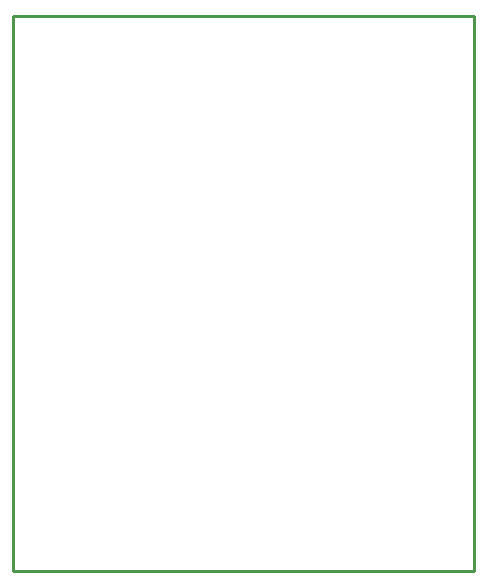
<source format=gm1>
G04 Layer_Color=16711935*
%FSLAX42Y42*%
%MOMM*%
G71*
G01*
G75*
%ADD12C,0.25*%
D12*
X0Y0D02*
Y4674D01*
Y0D02*
Y4699D01*
X3899D01*
Y0D02*
Y4699D01*
X0Y0D02*
X3899D01*
M02*

</source>
